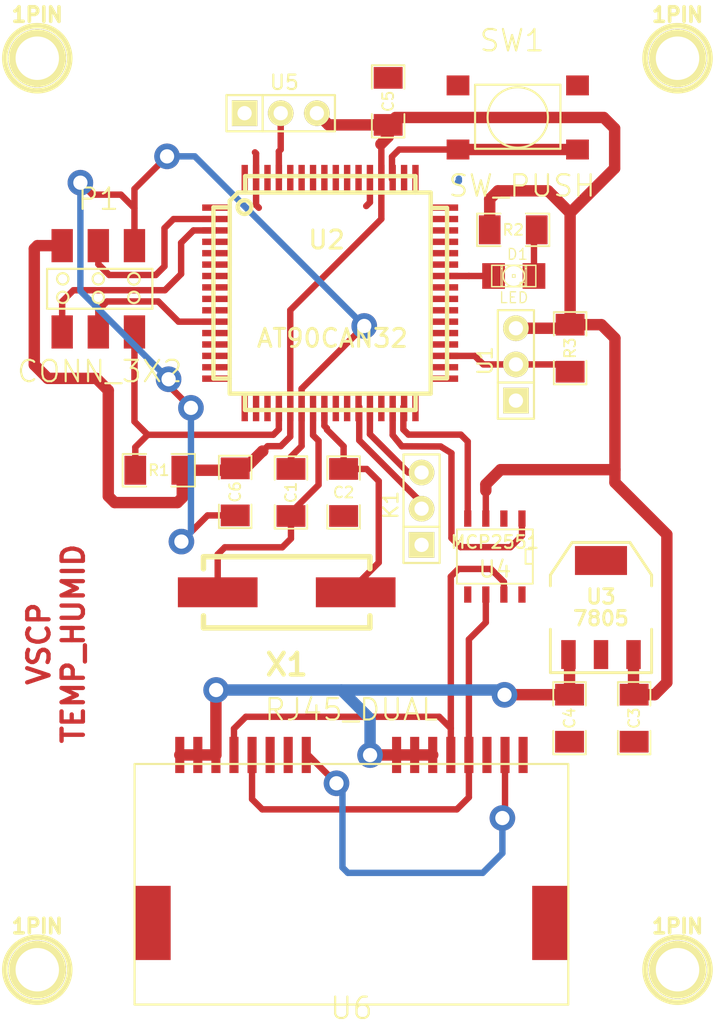
<source format=kicad_pcb>
(kicad_pcb (version 3) (host pcbnew "(2013-may-18)-stable")

  (general
    (links 67)
    (no_connects 20)
    (area 140.205714 76.017 193.780001 147.825)
    (thickness 1.6)
    (drawings 7)
    (tracks 228)
    (zones 0)
    (modules 24)
    (nets 21)
  )

  (page A4)
  (layers
    (15 F.Cu signal)
    (0 B.Cu signal)
    (16 B.Adhes user)
    (17 F.Adhes user)
    (18 B.Paste user)
    (19 F.Paste user)
    (20 B.SilkS user)
    (21 F.SilkS user)
    (22 B.Mask user)
    (23 F.Mask user)
    (24 Dwgs.User user)
    (25 Cmts.User user)
    (26 Eco1.User user)
    (27 Eco2.User user)
    (28 Edge.Cuts user)
  )

  (setup
    (last_trace_width 0.45)
    (user_trace_width 0.45)
    (user_trace_width 0.8)
    (trace_clearance 0.3)
    (zone_clearance 0.508)
    (zone_45_only yes)
    (trace_min 0.254)
    (segment_width 0.2)
    (edge_width 0.15)
    (via_size 1.8)
    (via_drill 1)
    (via_min_size 0.889)
    (via_min_drill 0.508)
    (user_via 1.8 1)
    (uvia_size 0.508)
    (uvia_drill 0.127)
    (uvias_allowed no)
    (uvia_min_size 0.508)
    (uvia_min_drill 0.127)
    (pcb_text_width 0.3)
    (pcb_text_size 1.5 1.5)
    (mod_edge_width 0.15)
    (mod_text_size 1.5 1.5)
    (mod_text_width 0.15)
    (pad_size 4.064 4.064)
    (pad_drill 3.048)
    (pad_to_mask_clearance 0.2)
    (aux_axis_origin 51.18 66.17)
    (visible_elements FFFFFFBF)
    (pcbplotparams
      (layerselection 32769)
      (usegerberextensions false)
      (excludeedgelayer true)
      (linewidth 0.150000)
      (plotframeref false)
      (viasonmask false)
      (mode 1)
      (useauxorigin false)
      (hpglpennumber 1)
      (hpglpenspeed 20)
      (hpglpendiameter 15)
      (hpglpenoverlay 2)
      (psnegative false)
      (psa4output false)
      (plotreference true)
      (plotvalue true)
      (plotothertext true)
      (plotinvisibletext false)
      (padsonsilk false)
      (subtractmaskfromsilk false)
      (outputformat 2)
      (mirror false)
      (drillshape 2)
      (scaleselection 1)
      (outputdirectory ""))
  )

  (net 0 "")
  (net 1 +12V)
  (net 2 +5V)
  (net 3 /PD1)
  (net 4 /PE1)
  (net 5 GND)
  (net 6 N-000001)
  (net 7 N-0000010)
  (net 8 N-0000011)
  (net 9 N-0000014)
  (net 10 N-0000015)
  (net 11 N-0000016)
  (net 12 N-0000017)
  (net 13 N-0000018)
  (net 14 N-000002)
  (net 15 N-0000020)
  (net 16 N-0000021)
  (net 17 N-0000023)
  (net 18 N-0000024)
  (net 19 N-000005)
  (net 20 N-000006)

  (net_class Default "This is the default net class."
    (clearance 0.3)
    (trace_width 0.45)
    (via_dia 1.8)
    (via_drill 1)
    (uvia_dia 0.508)
    (uvia_drill 0.127)
    (add_net "")
    (add_net +12V)
    (add_net +5V)
    (add_net /PD1)
    (add_net /PE1)
    (add_net GND)
    (add_net N-000001)
    (add_net N-0000010)
    (add_net N-0000011)
    (add_net N-0000014)
    (add_net N-0000015)
    (add_net N-0000016)
    (add_net N-0000017)
    (add_net N-0000018)
    (add_net N-000002)
    (add_net N-0000020)
    (add_net N-0000021)
    (add_net N-0000023)
    (add_net N-0000024)
    (add_net N-000005)
    (add_net N-000006)
  )

  (module TQFP64_08 (layer F.Cu) (tedit 423EA1D3) (tstamp 52BCB471)
    (at 166.58 96.49)
    (tags AVR)
    (path /52152F75)
    (fp_text reference U2 (at -0.24384 -3.73888) (layer F.SilkS)
      (effects (font (size 1.27 1.27) (thickness 0.2032)))
    )
    (fp_text value AT90CAN32 (at 0.16256 3.16992) (layer F.SilkS)
      (effects (font (size 1.27 1.27) (thickness 0.2032)))
    )
    (fp_line (start -7.05104 -6.477) (end -7.05612 7.0612) (layer F.SilkS) (width 0.3048))
    (fp_line (start 7.07136 -7.0612) (end -6.477 -7.0612) (layer F.SilkS) (width 0.3048))
    (fp_line (start -7.05104 -6.477) (end -6.46684 -7.0612) (layer F.SilkS) (width 0.3048))
    (fp_line (start -7.05104 5.99948) (end -8.19912 5.99948) (layer F.SilkS) (width 0.3048))
    (fp_line (start -8.19912 5.99948) (end -8.19912 -6.0198) (layer F.SilkS) (width 0.3048))
    (fp_line (start -8.19912 -6.0198) (end -7.05104 -6.0198) (layer F.SilkS) (width 0.3048))
    (fp_line (start 6.00964 7.0612) (end 6.00964 8.20928) (layer F.SilkS) (width 0.3048))
    (fp_line (start 6.00964 8.20928) (end -5.97916 8.20928) (layer F.SilkS) (width 0.3048))
    (fp_line (start -5.97916 8.20928) (end -5.97916 7.0612) (layer F.SilkS) (width 0.3048))
    (fp_line (start 7.07136 -5.97916) (end 8.21944 -5.97916) (layer F.SilkS) (width 0.3048))
    (fp_line (start 8.21944 -5.97916) (end 8.21944 5.97916) (layer F.SilkS) (width 0.3048))
    (fp_line (start 8.21944 5.97916) (end 7.07136 5.97916) (layer F.SilkS) (width 0.3048))
    (fp_line (start -5.969 -7.0612) (end -5.969 -8.20928) (layer F.SilkS) (width 0.3048))
    (fp_line (start -5.969 -8.20928) (end 5.99948 -8.20928) (layer F.SilkS) (width 0.3048))
    (fp_line (start 5.99948 -8.20928) (end 5.99948 -7.0612) (layer F.SilkS) (width 0.3048))
    (fp_circle (center -6.01472 -6.03504) (end -5.60832 -5.78104) (layer F.SilkS) (width 0.3048))
    (fp_line (start 7.07136 -7.0612) (end 7.07136 7.0612) (layer F.SilkS) (width 0.3048))
    (fp_line (start -7.05104 7.0612) (end 7.07136 7.0612) (layer F.SilkS) (width 0.3048))
    (pad 8 smd rect (at -7.99084 -0.39878) (size 1.99898 0.44958)
      (layers F.Cu F.Paste F.Mask)
    )
    (pad 7 smd rect (at -7.99084 -1.19888) (size 1.99898 0.44958)
      (layers F.Cu F.Paste F.Mask)
    )
    (pad 6 smd rect (at -7.99084 -1.99898) (size 1.99898 0.44958)
      (layers F.Cu F.Paste F.Mask)
    )
    (pad 5 smd rect (at -7.99084 -2.79908) (size 1.99898 0.44958)
      (layers F.Cu F.Paste F.Mask)
    )
    (pad 4 smd rect (at -7.99084 -3.59918) (size 1.99898 0.44958)
      (layers F.Cu F.Paste F.Mask)
    )
    (pad 3 smd rect (at -7.99084 -4.39928) (size 1.99898 0.44958)
      (layers F.Cu F.Paste F.Mask)
      (net 4 /PE1)
    )
    (pad 2 smd rect (at -7.99084 -5.19938) (size 1.99898 0.44958)
      (layers F.Cu F.Paste F.Mask)
      (net 3 /PD1)
    )
    (pad 1 smd rect (at -7.99084 -5.99948) (size 1.99898 0.44958)
      (layers F.Cu F.Paste F.Mask)
    )
    (pad 16 smd rect (at -7.99084 6.00964) (size 1.99898 0.44958)
      (layers F.Cu F.Paste F.Mask)
    )
    (pad 33 smd rect (at 8.001 6.00964) (size 1.99898 0.44958)
      (layers F.Cu F.Paste F.Mask)
    )
    (pad 48 smd rect (at 8.001 -5.99948) (size 1.99898 0.44958)
      (layers F.Cu F.Paste F.Mask)
    )
    (pad 9 smd rect (at -7.99084 0.40894) (size 1.99898 0.44958)
      (layers F.Cu F.Paste F.Mask)
    )
    (pad 10 smd rect (at -7.99084 1.20904) (size 1.99898 0.44958)
      (layers F.Cu F.Paste F.Mask)
    )
    (pad 11 smd rect (at -7.99084 2.00914) (size 1.99898 0.44958)
      (layers F.Cu F.Paste F.Mask)
      (net 19 N-000005)
    )
    (pad 12 smd rect (at -7.99084 2.80924) (size 1.99898 0.44958)
      (layers F.Cu F.Paste F.Mask)
    )
    (pad 13 smd rect (at -7.99084 3.60934) (size 1.99898 0.44958)
      (layers F.Cu F.Paste F.Mask)
    )
    (pad 14 smd rect (at -7.99084 4.40944) (size 1.99898 0.44958)
      (layers F.Cu F.Paste F.Mask)
    )
    (pad 15 smd rect (at -7.99084 5.20954) (size 1.99898 0.44958)
      (layers F.Cu F.Paste F.Mask)
    )
    (pad 34 smd rect (at 8.001 5.20954) (size 1.99898 0.44958)
      (layers F.Cu F.Paste F.Mask)
    )
    (pad 35 smd rect (at 8.001 4.40944) (size 1.99898 0.44958)
      (layers F.Cu F.Paste F.Mask)
      (net 16 N-0000021)
    )
    (pad 36 smd rect (at 8.001 3.60934) (size 1.99898 0.44958)
      (layers F.Cu F.Paste F.Mask)
    )
    (pad 37 smd rect (at 8.001 2.80924) (size 1.99898 0.44958)
      (layers F.Cu F.Paste F.Mask)
    )
    (pad 38 smd rect (at 8.001 2.00914) (size 1.99898 0.44958)
      (layers F.Cu F.Paste F.Mask)
    )
    (pad 39 smd rect (at 8.001 1.20904) (size 1.99898 0.44958)
      (layers F.Cu F.Paste F.Mask)
    )
    (pad 40 smd rect (at 8.001 0.40894) (size 1.99898 0.44958)
      (layers F.Cu F.Paste F.Mask)
    )
    (pad 41 smd rect (at 8.001 -0.39878) (size 1.99898 0.44958)
      (layers F.Cu F.Paste F.Mask)
    )
    (pad 42 smd rect (at 8.001 -1.19888) (size 1.99898 0.44958)
      (layers F.Cu F.Paste F.Mask)
      (net 13 N-0000018)
    )
    (pad 43 smd rect (at 8.001 -1.99898) (size 1.99898 0.44958)
      (layers F.Cu F.Paste F.Mask)
    )
    (pad 44 smd rect (at 8.001 -2.79908) (size 1.99898 0.44958)
      (layers F.Cu F.Paste F.Mask)
    )
    (pad 45 smd rect (at 8.001 -3.59918) (size 1.99898 0.44958)
      (layers F.Cu F.Paste F.Mask)
    )
    (pad 46 smd rect (at 8.001 -4.39928) (size 1.99898 0.44958)
      (layers F.Cu F.Paste F.Mask)
    )
    (pad 47 smd rect (at 8.001 -5.19938) (size 1.99898 0.44958)
      (layers F.Cu F.Paste F.Mask)
    )
    (pad 64 smd rect (at -5.99948 -8.001) (size 0.44958 1.99898)
      (layers F.Cu F.Paste F.Mask)
    )
    (pad 63 smd rect (at -5.20192 -8.001) (size 0.44958 1.99898)
      (layers F.Cu F.Paste F.Mask)
      (net 5 GND)
    )
    (pad 62 smd rect (at -4.39928 -8.001) (size 0.44958 1.99898)
      (layers F.Cu F.Paste F.Mask)
    )
    (pad 61 smd rect (at -3.60172 -8.001) (size 0.44958 1.99898)
      (layers F.Cu F.Paste F.Mask)
      (net 15 N-0000020)
    )
    (pad 60 smd rect (at -2.79908 -8.001) (size 0.44958 1.99898)
      (layers F.Cu F.Paste F.Mask)
    )
    (pad 59 smd rect (at -2.00152 -8.001) (size 0.44958 1.99898)
      (layers F.Cu F.Paste F.Mask)
    )
    (pad 56 smd rect (at 0.40132 -8.001) (size 0.44958 1.99898)
      (layers F.Cu F.Paste F.Mask)
    )
    (pad 54 smd rect (at 2.00152 -8.001) (size 0.44958 1.99898)
      (layers F.Cu F.Paste F.Mask)
    )
    (pad 53 smd rect (at 2.79908 -8.001) (size 0.44958 1.99898)
      (layers F.Cu F.Paste F.Mask)
      (net 5 GND)
    )
    (pad 58 smd rect (at -1.19888 -8.001) (size 0.44958 1.99898)
      (layers F.Cu F.Paste F.Mask)
    )
    (pad 57 smd rect (at -0.40132 -8.001) (size 0.44958 1.99898)
      (layers F.Cu F.Paste F.Mask)
    )
    (pad 55 smd rect (at 1.19888 -8.001) (size 0.44958 1.99898)
      (layers F.Cu F.Paste F.Mask)
    )
    (pad 52 smd rect (at 3.60172 -8.001) (size 0.44958 1.99898)
      (layers F.Cu F.Paste F.Mask)
      (net 2 +5V)
    )
    (pad 51 smd rect (at 4.39928 -8.001) (size 0.44958 1.99898)
      (layers F.Cu F.Paste F.Mask)
      (net 10 N-0000015)
    )
    (pad 50 smd rect (at 5.20192 -8.001) (size 0.44958 1.99898)
      (layers F.Cu F.Paste F.Mask)
    )
    (pad 49 smd rect (at 5.99948 -8.001) (size 0.44958 1.99898)
      (layers F.Cu F.Paste F.Mask)
    )
    (pad 17 smd rect (at -5.99948 8.001) (size 0.44958 1.99898)
      (layers F.Cu F.Paste F.Mask)
    )
    (pad 18 smd rect (at -5.20192 8.001) (size 0.44958 1.99898)
      (layers F.Cu F.Paste F.Mask)
    )
    (pad 19 smd rect (at -4.39928 8.001) (size 0.44958 1.99898)
      (layers F.Cu F.Paste F.Mask)
    )
    (pad 20 smd rect (at -3.60172 8.001) (size 0.44958 1.99898)
      (layers F.Cu F.Paste F.Mask)
      (net 7 N-0000010)
    )
    (pad 21 smd rect (at -2.79908 8.001) (size 0.44958 1.99898)
      (layers F.Cu F.Paste F.Mask)
      (net 2 +5V)
    )
    (pad 22 smd rect (at -2.00152 8.001) (size 0.44958 1.99898)
      (layers F.Cu F.Paste F.Mask)
      (net 5 GND)
    )
    (pad 23 smd rect (at -1.19888 8.001) (size 0.44958 1.99898)
      (layers F.Cu F.Paste F.Mask)
      (net 17 N-0000023)
    )
    (pad 24 smd rect (at -0.40132 8.001) (size 0.44958 1.99898)
      (layers F.Cu F.Paste F.Mask)
      (net 18 N-0000024)
    )
    (pad 25 smd rect (at 0.40132 8.001) (size 0.44958 1.99898)
      (layers F.Cu F.Paste F.Mask)
    )
    (pad 26 smd rect (at 1.19888 8.001) (size 0.44958 1.99898)
      (layers F.Cu F.Paste F.Mask)
    )
    (pad 27 smd rect (at 2.00152 8.001) (size 0.44958 1.99898)
      (layers F.Cu F.Paste F.Mask)
      (net 11 N-0000016)
    )
    (pad 28 smd rect (at 2.79908 8.001) (size 0.44958 1.99898)
      (layers F.Cu F.Paste F.Mask)
      (net 12 N-0000017)
    )
    (pad 29 smd rect (at 3.60172 8.001) (size 0.44958 1.99898)
      (layers F.Cu F.Paste F.Mask)
    )
    (pad 30 smd rect (at 4.39928 8.001) (size 0.44958 1.99898)
      (layers F.Cu F.Paste F.Mask)
      (net 6 N-000001)
    )
    (pad 31 smd rect (at 5.20192 8.001) (size 0.44958 1.99898)
      (layers F.Cu F.Paste F.Mask)
      (net 14 N-000002)
    )
    (pad 32 smd rect (at 5.99948 8.001) (size 0.44958 1.99898)
      (layers F.Cu F.Paste F.Mask)
    )
    (model smd/vqfp64.wrl
      (at (xyz 0 0 0))
      (scale (xyz 0.615 0.615 0.35))
      (rotate (xyz 0 0 90))
    )
  )

  (module SO8E (layer F.Cu) (tedit 42806F54) (tstamp 52BCB485)
    (at 178.16 114.99 180)
    (descr "module CMS SOJ 8 pins etroit")
    (tags "CMS SOJ")
    (path /52152F80)
    (attr smd)
    (fp_text reference U4 (at 0 -0.889 180) (layer F.SilkS)
      (effects (font (size 1.143 1.143) (thickness 0.1524)))
    )
    (fp_text value MCP2551 (at 0 1.016 180) (layer F.SilkS)
      (effects (font (size 0.889 0.889) (thickness 0.1524)))
    )
    (fp_line (start -2.667 1.778) (end -2.667 1.905) (layer F.SilkS) (width 0.127))
    (fp_line (start -2.667 1.905) (end 2.667 1.905) (layer F.SilkS) (width 0.127))
    (fp_line (start 2.667 -1.905) (end -2.667 -1.905) (layer F.SilkS) (width 0.127))
    (fp_line (start -2.667 -1.905) (end -2.667 1.778) (layer F.SilkS) (width 0.127))
    (fp_line (start -2.667 -0.508) (end -2.159 -0.508) (layer F.SilkS) (width 0.127))
    (fp_line (start -2.159 -0.508) (end -2.159 0.508) (layer F.SilkS) (width 0.127))
    (fp_line (start -2.159 0.508) (end -2.667 0.508) (layer F.SilkS) (width 0.127))
    (fp_line (start 2.667 -1.905) (end 2.667 1.905) (layer F.SilkS) (width 0.127))
    (pad 8 smd rect (at -1.905 -2.667 180) (size 0.508 1.143)
      (layers F.Cu F.Paste F.Mask)
      (net 5 GND)
    )
    (pad 1 smd rect (at -1.905 2.667 180) (size 0.508 1.143)
      (layers F.Cu F.Paste F.Mask)
      (net 6 N-000001)
    )
    (pad 7 smd rect (at -0.635 -2.667 180) (size 0.508 1.143)
      (layers F.Cu F.Paste F.Mask)
      (net 9 N-0000014)
    )
    (pad 6 smd rect (at 0.635 -2.667 180) (size 0.508 1.143)
      (layers F.Cu F.Paste F.Mask)
      (net 20 N-000006)
    )
    (pad 5 smd rect (at 1.905 -2.667 180) (size 0.508 1.143)
      (layers F.Cu F.Paste F.Mask)
    )
    (pad 2 smd rect (at -0.635 2.667 180) (size 0.508 1.143)
      (layers F.Cu F.Paste F.Mask)
      (net 5 GND)
    )
    (pad 3 smd rect (at 0.635 2.667 180) (size 0.508 1.143)
      (layers F.Cu F.Paste F.Mask)
      (net 2 +5V)
    )
    (pad 4 smd rect (at 1.905 2.667 180) (size 0.508 1.143)
      (layers F.Cu F.Paste F.Mask)
      (net 14 N-000002)
    )
    (model smd/cms_so8.wrl
      (at (xyz 0 0 0))
      (scale (xyz 0.5 0.32 0.5))
      (rotate (xyz 0 0 0))
    )
  )

  (module SM1206 (layer F.Cu) (tedit 42806E24) (tstamp 52BCB491)
    (at 183.45 100.36 270)
    (path /52152F84)
    (attr smd)
    (fp_text reference R3 (at 0 0 270) (layer F.SilkS)
      (effects (font (size 0.762 0.762) (thickness 0.127)))
    )
    (fp_text value 470k (at 0 0 270) (layer F.SilkS) hide
      (effects (font (size 0.762 0.762) (thickness 0.127)))
    )
    (fp_line (start -2.54 -1.143) (end -2.54 1.143) (layer F.SilkS) (width 0.127))
    (fp_line (start -2.54 1.143) (end -0.889 1.143) (layer F.SilkS) (width 0.127))
    (fp_line (start 0.889 -1.143) (end 2.54 -1.143) (layer F.SilkS) (width 0.127))
    (fp_line (start 2.54 -1.143) (end 2.54 1.143) (layer F.SilkS) (width 0.127))
    (fp_line (start 2.54 1.143) (end 0.889 1.143) (layer F.SilkS) (width 0.127))
    (fp_line (start -0.889 -1.143) (end -2.54 -1.143) (layer F.SilkS) (width 0.127))
    (pad 1 smd rect (at -1.651 0 270) (size 1.524 2.032)
      (layers F.Cu F.Paste F.Mask)
      (net 2 +5V)
    )
    (pad 2 smd rect (at 1.651 0 270) (size 1.524 2.032)
      (layers F.Cu F.Paste F.Mask)
      (net 16 N-0000021)
    )
    (model smd/chip_cms.wrl
      (at (xyz 0 0 0))
      (scale (xyz 0.17 0.16 0.16))
      (rotate (xyz 0 0 0))
    )
  )

  (module SM1206 (layer F.Cu) (tedit 42806E24) (tstamp 52BCB49D)
    (at 179.45 92.05)
    (path /52152F90)
    (attr smd)
    (fp_text reference R2 (at 0 0) (layer F.SilkS)
      (effects (font (size 0.762 0.762) (thickness 0.127)))
    )
    (fp_text value 300 (at 0 0) (layer F.SilkS) hide
      (effects (font (size 0.762 0.762) (thickness 0.127)))
    )
    (fp_line (start -2.54 -1.143) (end -2.54 1.143) (layer F.SilkS) (width 0.127))
    (fp_line (start -2.54 1.143) (end -0.889 1.143) (layer F.SilkS) (width 0.127))
    (fp_line (start 0.889 -1.143) (end 2.54 -1.143) (layer F.SilkS) (width 0.127))
    (fp_line (start 2.54 -1.143) (end 2.54 1.143) (layer F.SilkS) (width 0.127))
    (fp_line (start 2.54 1.143) (end 0.889 1.143) (layer F.SilkS) (width 0.127))
    (fp_line (start -0.889 -1.143) (end -2.54 -1.143) (layer F.SilkS) (width 0.127))
    (pad 1 smd rect (at -1.651 0) (size 1.524 2.032)
      (layers F.Cu F.Paste F.Mask)
      (net 2 +5V)
    )
    (pad 2 smd rect (at 1.651 0) (size 1.524 2.032)
      (layers F.Cu F.Paste F.Mask)
      (net 8 N-0000011)
    )
    (model smd/chip_cms.wrl
      (at (xyz 0 0 0))
      (scale (xyz 0.17 0.16 0.16))
      (rotate (xyz 0 0 0))
    )
  )

  (module SM1206 (layer F.Cu) (tedit 52BCC14E) (tstamp 52BCB4A9)
    (at 154.54 108.93 180)
    (path /52152F8C)
    (attr smd)
    (fp_text reference R1 (at 0 0 180) (layer F.SilkS)
      (effects (font (size 0.762 0.762) (thickness 0.127)))
    )
    (fp_text value 10k (at 0 0 180) (layer F.SilkS) hide
      (effects (font (size 0.762 0.762) (thickness 0.127)))
    )
    (fp_line (start -2.54 -1.143) (end -2.54 1.143) (layer F.SilkS) (width 0.127))
    (fp_line (start -2.54 1.143) (end -0.889 1.143) (layer F.SilkS) (width 0.127))
    (fp_line (start 0.889 -1.143) (end 2.54 -1.143) (layer F.SilkS) (width 0.127))
    (fp_line (start 2.54 -1.143) (end 2.54 1.143) (layer F.SilkS) (width 0.127))
    (fp_line (start 2.54 1.143) (end 0.889 1.143) (layer F.SilkS) (width 0.127))
    (fp_line (start -0.889 -1.143) (end -2.54 -1.143) (layer F.SilkS) (width 0.127))
    (pad 1 smd rect (at -1.651 0 180) (size 1.524 2.032)
      (layers F.Cu F.Paste F.Mask)
      (net 2 +5V)
    )
    (pad 2 smd rect (at 1.651 0 180) (size 1.524 2.032)
      (layers F.Cu F.Paste F.Mask)
      (net 7 N-0000010)
    )
    (model smd/chip_cms.wrl
      (at (xyz 0 0 0))
      (scale (xyz 0.17 0.16 0.16))
      (rotate (xyz 0 0 0))
    )
  )

  (module SM1206 (layer F.Cu) (tedit 42806E24) (tstamp 5445749E)
    (at 163.83 110.49 270)
    (path /52152F87)
    (attr smd)
    (fp_text reference C1 (at 0 0 270) (layer F.SilkS)
      (effects (font (size 0.762 0.762) (thickness 0.127)))
    )
    (fp_text value 22pf (at 0 0 270) (layer F.SilkS) hide
      (effects (font (size 0.762 0.762) (thickness 0.127)))
    )
    (fp_line (start -2.54 -1.143) (end -2.54 1.143) (layer F.SilkS) (width 0.127))
    (fp_line (start -2.54 1.143) (end -0.889 1.143) (layer F.SilkS) (width 0.127))
    (fp_line (start 0.889 -1.143) (end 2.54 -1.143) (layer F.SilkS) (width 0.127))
    (fp_line (start 2.54 -1.143) (end 2.54 1.143) (layer F.SilkS) (width 0.127))
    (fp_line (start 2.54 1.143) (end 0.889 1.143) (layer F.SilkS) (width 0.127))
    (fp_line (start -0.889 -1.143) (end -2.54 -1.143) (layer F.SilkS) (width 0.127))
    (pad 1 smd rect (at -1.651 0 270) (size 1.524 2.032)
      (layers F.Cu F.Paste F.Mask)
      (net 5 GND)
    )
    (pad 2 smd rect (at 1.651 0 270) (size 1.524 2.032)
      (layers F.Cu F.Paste F.Mask)
      (net 17 N-0000023)
    )
    (model smd/chip_cms.wrl
      (at (xyz 0 0 0))
      (scale (xyz 0.17 0.16 0.16))
      (rotate (xyz 0 0 0))
    )
  )

  (module SM1206 (layer F.Cu) (tedit 54469716) (tstamp 54457484)
    (at 167.53 110.49 90)
    (path /52152F86)
    (attr smd)
    (fp_text reference C2 (at 0 0 180) (layer F.SilkS)
      (effects (font (size 0.762 0.762) (thickness 0.127)))
    )
    (fp_text value 22pf (at 0 0 90) (layer F.SilkS) hide
      (effects (font (size 0.762 0.762) (thickness 0.127)))
    )
    (fp_line (start -2.54 -1.143) (end -2.54 1.143) (layer F.SilkS) (width 0.127))
    (fp_line (start -2.54 1.143) (end -0.889 1.143) (layer F.SilkS) (width 0.127))
    (fp_line (start 0.889 -1.143) (end 2.54 -1.143) (layer F.SilkS) (width 0.127))
    (fp_line (start 2.54 -1.143) (end 2.54 1.143) (layer F.SilkS) (width 0.127))
    (fp_line (start 2.54 1.143) (end 0.889 1.143) (layer F.SilkS) (width 0.127))
    (fp_line (start -0.889 -1.143) (end -2.54 -1.143) (layer F.SilkS) (width 0.127))
    (pad 1 smd rect (at -1.651 0 90) (size 1.524 2.032)
      (layers F.Cu F.Paste F.Mask)
      (net 5 GND)
    )
    (pad 2 smd rect (at 1.651 0 90) (size 1.524 2.032)
      (layers F.Cu F.Paste F.Mask)
      (net 18 N-0000024)
    )
    (model smd/chip_cms.wrl
      (at (xyz 0 0 0))
      (scale (xyz 0.17 0.16 0.16))
      (rotate (xyz 0 0 0))
    )
  )

  (module SM1206 (layer F.Cu) (tedit 52BCBCBD) (tstamp 52BCB4D9)
    (at 187.95 126.34 270)
    (path /52BC77C3)
    (attr smd)
    (fp_text reference C3 (at 0 0 270) (layer F.SilkS)
      (effects (font (size 0.762 0.762) (thickness 0.127)))
    )
    (fp_text value 100nF (at 0 0 270) (layer F.SilkS) hide
      (effects (font (size 0.762 0.762) (thickness 0.127)))
    )
    (fp_line (start -2.54 -1.143) (end -2.54 1.143) (layer F.SilkS) (width 0.127))
    (fp_line (start -2.54 1.143) (end -0.889 1.143) (layer F.SilkS) (width 0.127))
    (fp_line (start 0.889 -1.143) (end 2.54 -1.143) (layer F.SilkS) (width 0.127))
    (fp_line (start 2.54 -1.143) (end 2.54 1.143) (layer F.SilkS) (width 0.127))
    (fp_line (start 2.54 1.143) (end 0.889 1.143) (layer F.SilkS) (width 0.127))
    (fp_line (start -0.889 -1.143) (end -2.54 -1.143) (layer F.SilkS) (width 0.127))
    (pad 1 smd rect (at -1.651 0 270) (size 1.524 2.032)
      (layers F.Cu F.Paste F.Mask)
      (net 2 +5V)
    )
    (pad 2 smd rect (at 1.651 0 270) (size 1.524 2.032)
      (layers F.Cu F.Paste F.Mask)
      (net 5 GND)
    )
    (model smd/chip_cms.wrl
      (at (xyz 0 0 0))
      (scale (xyz 0.17 0.16 0.16))
      (rotate (xyz 0 0 0))
    )
  )

  (module SM1206 (layer F.Cu) (tedit 42806E24) (tstamp 52BCB4E5)
    (at 183.41 126.34 270)
    (path /52BC77D5)
    (attr smd)
    (fp_text reference C4 (at 0 0 270) (layer F.SilkS)
      (effects (font (size 0.762 0.762) (thickness 0.127)))
    )
    (fp_text value 0.33uF (at 0 0 270) (layer F.SilkS) hide
      (effects (font (size 0.762 0.762) (thickness 0.127)))
    )
    (fp_line (start -2.54 -1.143) (end -2.54 1.143) (layer F.SilkS) (width 0.127))
    (fp_line (start -2.54 1.143) (end -0.889 1.143) (layer F.SilkS) (width 0.127))
    (fp_line (start 0.889 -1.143) (end 2.54 -1.143) (layer F.SilkS) (width 0.127))
    (fp_line (start 2.54 -1.143) (end 2.54 1.143) (layer F.SilkS) (width 0.127))
    (fp_line (start 2.54 1.143) (end 0.889 1.143) (layer F.SilkS) (width 0.127))
    (fp_line (start -0.889 -1.143) (end -2.54 -1.143) (layer F.SilkS) (width 0.127))
    (pad 1 smd rect (at -1.651 0 270) (size 1.524 2.032)
      (layers F.Cu F.Paste F.Mask)
      (net 1 +12V)
    )
    (pad 2 smd rect (at 1.651 0 270) (size 1.524 2.032)
      (layers F.Cu F.Paste F.Mask)
      (net 5 GND)
    )
    (model smd/chip_cms.wrl
      (at (xyz 0 0 0))
      (scale (xyz 0.17 0.16 0.16))
      (rotate (xyz 0 0 0))
    )
  )

  (module PIN_ARRAY_3X1 (layer F.Cu) (tedit 5446E120) (tstamp 52BCB4FF)
    (at 179.64 101.5 90)
    (descr "Connecteur 3 pins")
    (tags "CONN DEV")
    (path /52152F8F)
    (fp_text reference U1 (at 0.254 -2.159 90) (layer F.SilkS)
      (effects (font (size 1.016 1.016) (thickness 0.1524)))
    )
    (fp_text value DS1820 (at 0 -2.159 90) (layer F.SilkS) hide
      (effects (font (size 1.016 1.016) (thickness 0.1524)))
    )
    (fp_line (start -3.81 1.27) (end -3.81 -1.27) (layer F.SilkS) (width 0.1524))
    (fp_line (start -3.81 -1.27) (end 3.81 -1.27) (layer F.SilkS) (width 0.1524))
    (fp_line (start 3.81 -1.27) (end 3.81 1.27) (layer F.SilkS) (width 0.1524))
    (fp_line (start 3.81 1.27) (end -3.81 1.27) (layer F.SilkS) (width 0.1524))
    (fp_line (start -1.27 -1.27) (end -1.27 1.27) (layer F.SilkS) (width 0.1524))
    (pad 1 thru_hole rect (at -2.54 0 90) (size 1.8 1.8) (drill 1)
      (layers *.Cu *.Mask F.SilkS)
      (net 5 GND)
    )
    (pad 2 thru_hole circle (at 0 0 90) (size 1.8 1.8) (drill 1)
      (layers *.Cu *.Mask F.SilkS)
      (net 16 N-0000021)
    )
    (pad 3 thru_hole circle (at 2.54 0 90) (size 1.8 1.8) (drill 1)
      (layers *.Cu *.Mask F.SilkS)
      (net 2 +5V)
    )
    (model pin_array/pins_array_3x1.wrl
      (at (xyz 0 0 0))
      (scale (xyz 1 1 1))
      (rotate (xyz 0 0 0))
    )
  )

  (module LED-1206 (layer F.Cu) (tedit 49BFA1FF) (tstamp 52BCB529)
    (at 179.49 95.29)
    (descr "LED 1206 smd package")
    (tags "LED led 1206 SMD smd SMT smt smdled SMDLED smtled SMTLED")
    (path /52152F8E)
    (attr smd)
    (fp_text reference D1 (at 0.254 -1.524) (layer F.SilkS)
      (effects (font (size 0.762 0.762) (thickness 0.0889)))
    )
    (fp_text value LED (at 0 1.524) (layer F.SilkS)
      (effects (font (size 0.762 0.762) (thickness 0.0889)))
    )
    (fp_line (start -0.09906 0.09906) (end 0.09906 0.09906) (layer F.SilkS) (width 0.06604))
    (fp_line (start 0.09906 0.09906) (end 0.09906 -0.09906) (layer F.SilkS) (width 0.06604))
    (fp_line (start -0.09906 -0.09906) (end 0.09906 -0.09906) (layer F.SilkS) (width 0.06604))
    (fp_line (start -0.09906 0.09906) (end -0.09906 -0.09906) (layer F.SilkS) (width 0.06604))
    (fp_line (start 0.44958 0.6985) (end 0.79756 0.6985) (layer F.SilkS) (width 0.06604))
    (fp_line (start 0.79756 0.6985) (end 0.79756 0.44958) (layer F.SilkS) (width 0.06604))
    (fp_line (start 0.44958 0.44958) (end 0.79756 0.44958) (layer F.SilkS) (width 0.06604))
    (fp_line (start 0.44958 0.6985) (end 0.44958 0.44958) (layer F.SilkS) (width 0.06604))
    (fp_line (start 0.79756 0.6985) (end 0.89916 0.6985) (layer F.SilkS) (width 0.06604))
    (fp_line (start 0.89916 0.6985) (end 0.89916 -0.49784) (layer F.SilkS) (width 0.06604))
    (fp_line (start 0.79756 -0.49784) (end 0.89916 -0.49784) (layer F.SilkS) (width 0.06604))
    (fp_line (start 0.79756 0.6985) (end 0.79756 -0.49784) (layer F.SilkS) (width 0.06604))
    (fp_line (start 0.79756 -0.54864) (end 0.89916 -0.54864) (layer F.SilkS) (width 0.06604))
    (fp_line (start 0.89916 -0.54864) (end 0.89916 -0.6985) (layer F.SilkS) (width 0.06604))
    (fp_line (start 0.79756 -0.6985) (end 0.89916 -0.6985) (layer F.SilkS) (width 0.06604))
    (fp_line (start 0.79756 -0.54864) (end 0.79756 -0.6985) (layer F.SilkS) (width 0.06604))
    (fp_line (start -0.89916 0.6985) (end -0.79756 0.6985) (layer F.SilkS) (width 0.06604))
    (fp_line (start -0.79756 0.6985) (end -0.79756 -0.49784) (layer F.SilkS) (width 0.06604))
    (fp_line (start -0.89916 -0.49784) (end -0.79756 -0.49784) (layer F.SilkS) (width 0.06604))
    (fp_line (start -0.89916 0.6985) (end -0.89916 -0.49784) (layer F.SilkS) (width 0.06604))
    (fp_line (start -0.89916 -0.54864) (end -0.79756 -0.54864) (layer F.SilkS) (width 0.06604))
    (fp_line (start -0.79756 -0.54864) (end -0.79756 -0.6985) (layer F.SilkS) (width 0.06604))
    (fp_line (start -0.89916 -0.6985) (end -0.79756 -0.6985) (layer F.SilkS) (width 0.06604))
    (fp_line (start -0.89916 -0.54864) (end -0.89916 -0.6985) (layer F.SilkS) (width 0.06604))
    (fp_line (start 0.44958 0.6985) (end 0.59944 0.6985) (layer F.SilkS) (width 0.06604))
    (fp_line (start 0.59944 0.6985) (end 0.59944 0.44958) (layer F.SilkS) (width 0.06604))
    (fp_line (start 0.44958 0.44958) (end 0.59944 0.44958) (layer F.SilkS) (width 0.06604))
    (fp_line (start 0.44958 0.6985) (end 0.44958 0.44958) (layer F.SilkS) (width 0.06604))
    (fp_line (start 1.5494 0.7493) (end -1.5494 0.7493) (layer F.SilkS) (width 0.1016))
    (fp_line (start -1.5494 0.7493) (end -1.5494 -0.7493) (layer F.SilkS) (width 0.1016))
    (fp_line (start -1.5494 -0.7493) (end 1.5494 -0.7493) (layer F.SilkS) (width 0.1016))
    (fp_line (start 1.5494 -0.7493) (end 1.5494 0.7493) (layer F.SilkS) (width 0.1016))
    (fp_arc (start 0 0) (end 0.54864 0.49784) (angle 95.4) (layer F.SilkS) (width 0.1016))
    (fp_arc (start 0 0) (end -0.54864 0.49784) (angle 84.5) (layer F.SilkS) (width 0.1016))
    (fp_arc (start 0 0) (end -0.54864 -0.49784) (angle 95.4) (layer F.SilkS) (width 0.1016))
    (fp_arc (start 0 0) (end 0.54864 -0.49784) (angle 84.5) (layer F.SilkS) (width 0.1016))
    (pad 1 smd rect (at -1.41986 0) (size 1.59766 1.80086)
      (layers F.Cu F.Paste F.Mask)
      (net 13 N-0000018)
    )
    (pad 2 smd rect (at 1.41986 0) (size 1.59766 1.80086)
      (layers F.Cu F.Paste F.Mask)
      (net 8 N-0000011)
    )
  )

  (module 1pin (layer F.Cu) (tedit 544D4E0C) (tstamp 52BE52D6)
    (at 191 80)
    (descr "module 1 pin (ou trou mecanique de percage)")
    (tags DEV)
    (path 1pin)
    (fp_text reference 1PIN (at 0 -3.048) (layer F.SilkS)
      (effects (font (size 1.016 1.016) (thickness 0.254)))
    )
    (fp_text value P*** (at 0 2.794) (layer F.SilkS) hide
      (effects (font (size 1.016 1.016) (thickness 0.254)))
    )
    (fp_circle (center 0 0) (end 0 -2.286) (layer F.SilkS) (width 0.381))
    (pad 1 thru_hole circle (at 0 0) (size 4.064 4.064) (drill 3.048)
      (layers *.Cu *.Mask F.SilkS)
      (clearance 1)
    )
  )

  (module 1pin (layer F.Cu) (tedit 544D4E13) (tstamp 52BE52DD)
    (at 146 80)
    (descr "module 1 pin (ou trou mecanique de percage)")
    (tags DEV)
    (path 1pin)
    (fp_text reference 1PIN (at 0 -3.048) (layer F.SilkS)
      (effects (font (size 1.016 1.016) (thickness 0.254)))
    )
    (fp_text value P*** (at 0 2.794) (layer F.SilkS) hide
      (effects (font (size 1.016 1.016) (thickness 0.254)))
    )
    (fp_circle (center 0 0) (end 0 -2.286) (layer F.SilkS) (width 0.381))
    (pad 1 thru_hole circle (at 0 0) (size 4.064 4.064) (drill 3.048)
      (layers *.Cu *.Mask F.SilkS)
      (clearance 1)
    )
  )

  (module 1pin (layer F.Cu) (tedit 544D4E18) (tstamp 52BE52F4)
    (at 146 144)
    (descr "module 1 pin (ou trou mecanique de percage)")
    (tags DEV)
    (path 1pin)
    (fp_text reference 1PIN (at 0 -3.048) (layer F.SilkS)
      (effects (font (size 1.016 1.016) (thickness 0.254)))
    )
    (fp_text value P*** (at 0 2.794) (layer F.SilkS) hide
      (effects (font (size 1.016 1.016) (thickness 0.254)))
    )
    (fp_circle (center 0 0) (end 0 -2.286) (layer F.SilkS) (width 0.381))
    (pad 1 thru_hole circle (at 0 0) (size 4.064 4.064) (drill 3.048)
      (layers *.Cu *.Mask F.SilkS)
      (clearance 1)
    )
  )

  (module 1pin (layer F.Cu) (tedit 544975DE) (tstamp 52BE52FF)
    (at 191 144)
    (descr "module 1 pin (ou trou mecanique de percage)")
    (tags DEV)
    (path 1pin)
    (fp_text reference 1PIN (at 0 -3.048) (layer F.SilkS)
      (effects (font (size 1.016 1.016) (thickness 0.254)))
    )
    (fp_text value P*** (at 0 2.794) (layer F.SilkS) hide
      (effects (font (size 1.016 1.016) (thickness 0.254)))
    )
    (fp_circle (center 0 0) (end 0 -2.286) (layer F.SilkS) (width 0.381))
    (pad 1 thru_hole circle (at 0 0) (size 4.064 4.064) (drill 3.048)
      (layers *.Cu *.Mask F.SilkS)
      (clearance 1)
    )
  )

  (module PIN_ARRAY_3X1 (layer F.Cu) (tedit 5446E0EF) (tstamp 54456B7F)
    (at 163.11 83.86)
    (descr "Connecteur 3 pins")
    (tags "CONN DEV")
    (path /54456AA5)
    (fp_text reference U5 (at 0.254 -2.159) (layer F.SilkS)
      (effects (font (size 1.016 1.016) (thickness 0.1524)))
    )
    (fp_text value HIH4000 (at 0 -2.159) (layer F.SilkS) hide
      (effects (font (size 1.016 1.016) (thickness 0.1524)))
    )
    (fp_line (start -3.81 1.27) (end -3.81 -1.27) (layer F.SilkS) (width 0.1524))
    (fp_line (start -3.81 -1.27) (end 3.81 -1.27) (layer F.SilkS) (width 0.1524))
    (fp_line (start 3.81 -1.27) (end 3.81 1.27) (layer F.SilkS) (width 0.1524))
    (fp_line (start 3.81 1.27) (end -3.81 1.27) (layer F.SilkS) (width 0.1524))
    (fp_line (start -1.27 -1.27) (end -1.27 1.27) (layer F.SilkS) (width 0.1524))
    (pad 1 thru_hole rect (at -2.54 0) (size 1.8 1.8) (drill 1)
      (layers *.Cu *.Mask F.SilkS)
      (net 5 GND)
    )
    (pad 2 thru_hole circle (at 0 0) (size 1.8 1.8) (drill 1)
      (layers *.Cu *.Mask F.SilkS)
      (net 15 N-0000020)
    )
    (pad 3 thru_hole circle (at 2.54 0) (size 1.8 1.8) (drill 1)
      (layers *.Cu *.Mask F.SilkS)
      (net 2 +5V)
    )
    (model pin_array/pins_array_3x1.wrl
      (at (xyz 0 0 0))
      (scale (xyz 1 1 1))
      (rotate (xyz 0 0 0))
    )
  )

  (module PIN_ARRAY_3X1 (layer F.Cu) (tedit 5446E113) (tstamp 54456DC7)
    (at 173.01 111.63 90)
    (descr "Connecteur 3 pins")
    (tags "CONN DEV")
    (path /544570D5)
    (fp_text reference K1 (at 0.254 -2.159 90) (layer F.SilkS)
      (effects (font (size 1.016 1.016) (thickness 0.1524)))
    )
    (fp_text value CONN_3 (at 0 -2.159 90) (layer F.SilkS) hide
      (effects (font (size 1.016 1.016) (thickness 0.1524)))
    )
    (fp_line (start -3.81 1.27) (end -3.81 -1.27) (layer F.SilkS) (width 0.1524))
    (fp_line (start -3.81 -1.27) (end 3.81 -1.27) (layer F.SilkS) (width 0.1524))
    (fp_line (start 3.81 -1.27) (end 3.81 1.27) (layer F.SilkS) (width 0.1524))
    (fp_line (start 3.81 1.27) (end -3.81 1.27) (layer F.SilkS) (width 0.1524))
    (fp_line (start -1.27 -1.27) (end -1.27 1.27) (layer F.SilkS) (width 0.1524))
    (pad 1 thru_hole rect (at -2.54 0 90) (size 1.8 1.8) (drill 1)
      (layers *.Cu *.Mask F.SilkS)
      (net 5 GND)
    )
    (pad 2 thru_hole circle (at 0 0 90) (size 1.8 1.8) (drill 1)
      (layers *.Cu *.Mask F.SilkS)
      (net 11 N-0000016)
    )
    (pad 3 thru_hole circle (at 2.54 0 90) (size 1.8 1.8) (drill 1)
      (layers *.Cu *.Mask F.SilkS)
      (net 12 N-0000017)
    )
    (model pin_array/pins_array_3x1.wrl
      (at (xyz 0 0 0))
      (scale (xyz 1 1 1))
      (rotate (xyz 0 0 0))
    )
  )

  (module Crystal_HC49-SD_SMD_RevA_09Aug2010 (layer F.Cu) (tedit 4C603ED2) (tstamp 544661CC)
    (at 163.53 117.5 180)
    (descr "Crystal, Quarz, HC49-SD, SMD,")
    (tags "Crystal, Quarz, HC49-SD, SMD,")
    (path /52152F85)
    (attr smd)
    (fp_text reference X1 (at 0 -5.08 180) (layer F.SilkS)
      (effects (font (size 1.524 1.524) (thickness 0.3048)))
    )
    (fp_text value 16MHz (at 2.54 5.08 180) (layer F.SilkS) hide
      (effects (font (size 1.524 1.524) (thickness 0.3048)))
    )
    (fp_line (start -5.84962 2.49936) (end 5.84962 2.49936) (layer F.SilkS) (width 0.381))
    (fp_line (start 5.84962 -2.49936) (end -5.84962 -2.49936) (layer F.SilkS) (width 0.381))
    (fp_line (start 5.84962 2.49936) (end 5.84962 1.651) (layer F.SilkS) (width 0.381))
    (fp_line (start 5.84962 -2.49936) (end 5.84962 -1.651) (layer F.SilkS) (width 0.381))
    (fp_line (start -5.84962 2.49936) (end -5.84962 1.651) (layer F.SilkS) (width 0.381))
    (fp_line (start -5.84962 -2.49936) (end -5.84962 -1.651) (layer F.SilkS) (width 0.381))
    (pad 1 smd rect (at -4.84886 0 180) (size 5.6007 2.10058)
      (layers F.Cu F.Paste F.Mask)
      (net 18 N-0000024)
    )
    (pad 2 smd rect (at 4.84886 0 180) (size 5.6007 2.10058)
      (layers F.Cu F.Paste F.Mask)
      (net 17 N-0000023)
    )
  )

  (module SOT223 (layer F.Cu) (tedit 54496656) (tstamp 544662AC)
    (at 185.62 118.57)
    (descr "module CMS SOT223 4 pins")
    (tags "CMS SOT")
    (path /52BC76CC)
    (attr smd)
    (fp_text reference U3 (at 0 -0.762) (layer F.SilkS)
      (effects (font (size 1.016 1.016) (thickness 0.2032)))
    )
    (fp_text value 7805 (at 0 0.762) (layer F.SilkS)
      (effects (font (size 1.016 1.016) (thickness 0.2032)))
    )
    (fp_line (start -3.556 1.524) (end -3.556 4.572) (layer F.SilkS) (width 0.2032))
    (fp_line (start -3.556 4.572) (end 3.556 4.572) (layer F.SilkS) (width 0.2032))
    (fp_line (start 3.556 4.572) (end 3.556 1.524) (layer F.SilkS) (width 0.2032))
    (fp_line (start -3.556 -1.524) (end -3.556 -2.286) (layer F.SilkS) (width 0.2032))
    (fp_line (start -3.556 -2.286) (end -2.032 -4.572) (layer F.SilkS) (width 0.2032))
    (fp_line (start -2.032 -4.572) (end 2.032 -4.572) (layer F.SilkS) (width 0.2032))
    (fp_line (start 2.032 -4.572) (end 3.556 -2.286) (layer F.SilkS) (width 0.2032))
    (fp_line (start 3.556 -2.286) (end 3.556 -1.524) (layer F.SilkS) (width 0.2032))
    (pad 2 smd rect (at 0 -3.302) (size 3.6576 2.032)
      (layers F.Cu F.Paste F.Mask)
      (net 5 GND)
    )
    (pad 2 smd rect (at 0 3.302) (size 1.016 2.032)
      (layers F.Cu F.Paste F.Mask)
      (net 5 GND)
    )
    (pad 3 smd rect (at 2.286 3.302) (size 1.016 2.032)
      (layers F.Cu F.Paste F.Mask)
      (net 2 +5V)
    )
    (pad 1 smd rect (at -2.286 3.302) (size 1.016 2.032)
      (layers F.Cu F.Paste F.Mask)
      (net 1 +12V)
    )
    (model smd/SOT223.wrl
      (at (xyz 0 0 0))
      (scale (xyz 0.4 0.4 0.4))
      (rotate (xyz 0 0 0))
    )
  )

  (module Switch_SPC (layer F.Cu) (tedit 5446D379) (tstamp 5446D422)
    (at 179.77 84.16 180)
    (path /54418504)
    (fp_text reference SW1 (at 0.4 5.4 180) (layer F.SilkS)
      (effects (font (size 1.5 1.5) (thickness 0.15)))
    )
    (fp_text value SW_PUSH (at -0.3 -4.8 180) (layer F.SilkS)
      (effects (font (size 1.5 1.5) (thickness 0.15)))
    )
    (fp_line (start -3 0) (end -3 -2.2) (layer F.SilkS) (width 0.15))
    (fp_line (start -3 -2.2) (end 3 -2.2) (layer F.SilkS) (width 0.15))
    (fp_line (start 3 -2.2) (end 3 2.3) (layer F.SilkS) (width 0.15))
    (fp_line (start 3 2.3) (end -3 2.3) (layer F.SilkS) (width 0.15))
    (fp_line (start -3 2.3) (end -3 0) (layer F.SilkS) (width 0.15))
    (fp_circle (center 0 0) (end 1.5 1.5) (layer F.SilkS) (width 0.15))
    (pad 1 smd rect (at -4.2 -2.25 180) (size 1.6 1.4)
      (layers F.Cu F.Paste F.Mask)
      (net 10 N-0000015)
    )
    (pad 1 smd rect (at 4.2 -2.25 180) (size 1.6 1.4)
      (layers F.Cu F.Paste F.Mask)
      (net 10 N-0000015)
    )
    (pad 2 smd rect (at -4.2 2.25 180) (size 1.6 1.4)
      (layers F.Cu F.Paste F.Mask)
      (net 5 GND)
    )
    (pad 2 smd rect (at 4.2 2.25 180) (size 1.6 1.4)
      (layers F.Cu F.Paste F.Mask)
      (net 5 GND)
    )
  )

  (module Pin_2x3_smd (layer F.Cu) (tedit 5446DA07) (tstamp 5446DAE4)
    (at 150.29 96.19 180)
    (path /52152F89)
    (fp_text reference P1 (at 0 6.3 180) (layer F.SilkS)
      (effects (font (size 1.5 1.5) (thickness 0.15)))
    )
    (fp_text value CONN_3X2 (at -0.1 -5.8 180) (layer F.SilkS)
      (effects (font (size 1.5 1.5) (thickness 0.15)))
    )
    (fp_circle (center -2.5 0.7) (end -2.4 0.3) (layer F.SilkS) (width 0.15))
    (fp_circle (center 0 0.7) (end 0 0.3) (layer F.SilkS) (width 0.15))
    (fp_circle (center 2.5 0.7) (end 2.5 0.3) (layer F.SilkS) (width 0.15))
    (fp_circle (center 2.5 -0.6) (end 2.5 -1) (layer F.SilkS) (width 0.15))
    (fp_circle (center 0 -0.6) (end 0 -1) (layer F.SilkS) (width 0.15))
    (fp_circle (center -2.5 -0.6) (end -2.5 -1) (layer F.SilkS) (width 0.15))
    (fp_line (start -3.8 -1.4) (end 3.6 -1.4) (layer F.SilkS) (width 0.15))
    (fp_line (start 3.6 -1.4) (end 3.6 1.4) (layer F.SilkS) (width 0.15))
    (fp_line (start 3.6 1.4) (end -3.8 1.4) (layer F.SilkS) (width 0.15))
    (fp_line (start -3.8 1.4) (end -3.8 -1.4) (layer F.SilkS) (width 0.15))
    (pad 4 smd rect (at 0 3.03 180) (size 1.5 2.33)
      (layers F.Cu F.Paste F.Mask)
      (net 3 /PD1)
    )
    (pad 3 smd rect (at 0 -3.03 180) (size 1.5 2.33)
      (layers F.Cu F.Paste F.Mask)
      (net 19 N-000005)
    )
    (pad 2 smd rect (at 2.54 3.03 180) (size 1.5 2.33)
      (layers F.Cu F.Paste F.Mask)
      (net 2 +5V)
    )
    (pad 6 smd rect (at -2.54 3.03 180) (size 1.5 2.33)
      (layers F.Cu F.Paste F.Mask)
      (net 5 GND)
    )
    (pad 5 smd rect (at -2.54 -3.03 180) (size 1.5 2.33)
      (layers F.Cu F.Paste F.Mask)
      (net 7 N-0000010)
    )
    (pad 1 smd rect (at 2.54 -3.03 180) (size 1.5 2.33)
      (layers F.Cu F.Paste F.Mask)
      (net 4 /PE1)
    )
  )

  (module SM1206 (layer F.Cu) (tedit 42806E24) (tstamp 544964D7)
    (at 170.66 83.03 90)
    (path /544964C0)
    (attr smd)
    (fp_text reference C5 (at 0 0 90) (layer F.SilkS)
      (effects (font (size 0.762 0.762) (thickness 0.127)))
    )
    (fp_text value 100nF (at 0 0 90) (layer F.SilkS) hide
      (effects (font (size 0.762 0.762) (thickness 0.127)))
    )
    (fp_line (start -2.54 -1.143) (end -2.54 1.143) (layer F.SilkS) (width 0.127))
    (fp_line (start -2.54 1.143) (end -0.889 1.143) (layer F.SilkS) (width 0.127))
    (fp_line (start 0.889 -1.143) (end 2.54 -1.143) (layer F.SilkS) (width 0.127))
    (fp_line (start 2.54 -1.143) (end 2.54 1.143) (layer F.SilkS) (width 0.127))
    (fp_line (start 2.54 1.143) (end 0.889 1.143) (layer F.SilkS) (width 0.127))
    (fp_line (start -0.889 -1.143) (end -2.54 -1.143) (layer F.SilkS) (width 0.127))
    (pad 1 smd rect (at -1.651 0 90) (size 1.524 2.032)
      (layers F.Cu F.Paste F.Mask)
      (net 2 +5V)
    )
    (pad 2 smd rect (at 1.651 0 90) (size 1.524 2.032)
      (layers F.Cu F.Paste F.Mask)
      (net 5 GND)
    )
    (model smd/chip_cms.wrl
      (at (xyz 0 0 0))
      (scale (xyz 0.17 0.16 0.16))
      (rotate (xyz 0 0 0))
    )
  )

  (module SM1206 (layer F.Cu) (tedit 42806E24) (tstamp 54496566)
    (at 159.91 110.45 90)
    (path /544966BB)
    (attr smd)
    (fp_text reference C6 (at 0 0 90) (layer F.SilkS)
      (effects (font (size 0.762 0.762) (thickness 0.127)))
    )
    (fp_text value 100nF (at 0 0 90) (layer F.SilkS) hide
      (effects (font (size 0.762 0.762) (thickness 0.127)))
    )
    (fp_line (start -2.54 -1.143) (end -2.54 1.143) (layer F.SilkS) (width 0.127))
    (fp_line (start -2.54 1.143) (end -0.889 1.143) (layer F.SilkS) (width 0.127))
    (fp_line (start 0.889 -1.143) (end 2.54 -1.143) (layer F.SilkS) (width 0.127))
    (fp_line (start 2.54 -1.143) (end 2.54 1.143) (layer F.SilkS) (width 0.127))
    (fp_line (start 2.54 1.143) (end 0.889 1.143) (layer F.SilkS) (width 0.127))
    (fp_line (start -0.889 -1.143) (end -2.54 -1.143) (layer F.SilkS) (width 0.127))
    (pad 1 smd rect (at -1.651 0 90) (size 1.524 2.032)
      (layers F.Cu F.Paste F.Mask)
      (net 5 GND)
    )
    (pad 2 smd rect (at 1.651 0 90) (size 1.524 2.032)
      (layers F.Cu F.Paste F.Mask)
      (net 2 +5V)
    )
    (model smd/chip_cms.wrl
      (at (xyz 0 0 0))
      (scale (xyz 0.17 0.16 0.16))
      (rotate (xyz 0 0 0))
    )
  )

  (module RJ45_DUAL (layer F.Cu) (tedit 544FFA6D) (tstamp 544D48CF)
    (at 168.08 130.19)
    (path /544D40F4)
    (fp_text reference U6 (at 0 16.51) (layer F.SilkS)
      (effects (font (size 1.5 1.5) (thickness 0.15)))
    )
    (fp_text value RJ45_DUAL (at 0 -4.445) (layer F.SilkS)
      (effects (font (size 1.5 1.5) (thickness 0.15)))
    )
    (fp_line (start 15.24 15.24) (end 15.24 16.255) (layer F.SilkS) (width 0.15))
    (fp_line (start -15.24 15.24) (end -15.24 16.255) (layer F.SilkS) (width 0.15))
    (fp_line (start -15.24 16.255) (end 15.24 16.255) (layer F.SilkS) (width 0.15))
    (fp_line (start 15.24 -0.635) (end 15.24 15.24) (layer F.SilkS) (width 0.15))
    (fp_line (start -15.24 15.24) (end -15.24 -0.635) (layer F.SilkS) (width 0.15))
    (fp_line (start -15.24 -0.635) (end 15.24 -0.635) (layer F.SilkS) (width 0.15))
    (pad 5 smd rect (at -6.985 -1.27) (size 0.64 2.54)
      (layers F.Cu F.Paste F.Mask)
      (net 20 N-000006)
    )
    (pad 6 smd rect (at -5.715 -1.27) (size 0.64 2.54)
      (layers F.Cu F.Paste F.Mask)
      (net 5 GND)
    )
    (pad 7 smd rect (at -4.445 -1.27) (size 0.64 2.54)
      (layers F.Cu F.Paste F.Mask)
      (net 5 GND)
    )
    (pad 8 smd rect (at -3.175 -1.27) (size 0.64 2.54)
      (layers F.Cu F.Paste F.Mask)
      (net 5 GND)
    )
    (pad 4 smd rect (at -8.255 -1.27) (size 0.64 2.54)
      (layers F.Cu F.Paste F.Mask)
      (net 9 N-0000014)
    )
    (pad 3 smd rect (at -9.525 -1.27) (size 0.64 2.54)
      (layers F.Cu F.Paste F.Mask)
      (net 1 +12V)
    )
    (pad 2 smd rect (at -10.795 -1.27) (size 0.64 2.54)
      (layers F.Cu F.Paste F.Mask)
      (net 1 +12V)
    )
    (pad 1 smd rect (at -12.065 -1.27) (size 0.64 2.54)
      (layers F.Cu F.Paste F.Mask)
      (net 1 +12V)
    )
    (pad 9 smd rect (at 3.175 -1.27) (size 0.64 2.54)
      (layers F.Cu F.Paste F.Mask)
      (net 1 +12V)
    )
    (pad 10 smd rect (at 4.445 -1.27) (size 0.64 2.54)
      (layers F.Cu F.Paste F.Mask)
      (net 1 +12V)
    )
    (pad 11 smd rect (at 5.715 -1.27) (size 0.64 2.54)
      (layers F.Cu F.Paste F.Mask)
      (net 1 +12V)
    )
    (pad 12 smd rect (at 6.985 -1.27) (size 0.64 2.54)
      (layers F.Cu F.Paste F.Mask)
      (net 9 N-0000014)
    )
    (pad 13 smd rect (at 8.255 -1.27) (size 0.64 2.54)
      (layers F.Cu F.Paste F.Mask)
      (net 20 N-000006)
    )
    (pad 14 smd rect (at 9.525 -1.27) (size 0.64 2.54)
      (layers F.Cu F.Paste F.Mask)
      (net 5 GND)
    )
    (pad 15 smd rect (at 10.795 -1.27) (size 0.64 2.54)
      (layers F.Cu F.Paste F.Mask)
      (net 5 GND)
    )
    (pad 16 smd rect (at 12.065 -1.27) (size 0.64 2.54)
      (layers F.Cu F.Paste F.Mask)
      (net 5 GND)
    )
    (pad 17 smd rect (at -13.97 10.525) (size 2.53 5.21)
      (layers F.Cu F.Paste F.Mask)
    )
    (pad 18 smd rect (at 13.97 10.525) (size 2.53 5.21)
      (layers F.Cu F.Paste F.Mask)
    )
  )

  (gr_line (start 143.48 146.43) (end 143.48 144.27) (angle 90) (layer Eco2.User) (width 0.2))
  (gr_line (start 193.68 146.46) (end 193.68 144.27) (angle 90) (layer Eco2.User) (width 0.2))
  (gr_line (start 143.48 146.46) (end 193.68 146.46) (angle 90) (layer Eco2.User) (width 0.2))
  (gr_line (start 143.48 144.3) (end 143.48 77.28) (angle 90) (layer Eco2.User) (width 0.2))
  (gr_line (start 193.68 77.28) (end 193.68 144.3) (angle 90) (layer Eco2.User) (width 0.2))
  (gr_line (start 143.48 77.28) (end 193.68 77.28) (angle 90) (layer Eco2.User) (width 0.2))
  (gr_text "VSCP\nTEMP_HUMID" (at 147.32 121.11 90) (layer F.Cu)
    (effects (font (size 1.5 1.5) (thickness 0.3)))
  )

  (segment (start 175.63 88.46) (end 175.63 88.62) (width 0.45) (layer B.Cu) (net 0))
  (segment (start 175.63 88.62) (end 175.57 88.68) (width 0.45) (layer B.Cu) (net 0) (tstamp 544C2707))
  (segment (start 183.41 124.689) (end 183.41 121.948) (width 0.8) (layer F.Cu) (net 1))
  (segment (start 183.41 121.948) (end 183.334 121.872) (width 0.8) (layer F.Cu) (net 1) (tstamp 544D4CEA))
  (segment (start 183.41 124.689) (end 178.851 124.689) (width 0.8) (layer F.Cu) (net 1))
  (segment (start 178.5 124.36) (end 167.37 124.36) (width 0.8) (layer B.Cu) (net 1) (tstamp 544D4CDB))
  (segment (start 178.84 124.7) (end 178.5 124.36) (width 0.8) (layer B.Cu) (net 1) (tstamp 544D4CDA))
  (via (at 178.84 124.7) (size 1.8) (layers F.Cu B.Cu) (net 1))
  (segment (start 178.851 124.689) (end 178.84 124.7) (width 0.8) (layer F.Cu) (net 1) (tstamp 544D4CD5))
  (segment (start 158.555 128.92) (end 158.555 124.375) (width 0.8) (layer F.Cu) (net 1))
  (segment (start 169.4 128.92) (end 171.255 128.92) (width 0.8) (layer F.Cu) (net 1) (tstamp 544D4CCC))
  (segment (start 169.39 128.93) (end 169.4 128.92) (width 0.8) (layer F.Cu) (net 1) (tstamp 544D4CCB))
  (via (at 169.39 128.93) (size 1.8) (layers F.Cu B.Cu) (net 1))
  (segment (start 169.39 126.38) (end 169.39 128.93) (width 0.8) (layer B.Cu) (net 1) (tstamp 544D4CC5))
  (segment (start 167.37 124.36) (end 169.39 126.38) (width 0.8) (layer B.Cu) (net 1) (tstamp 544D4CBC))
  (segment (start 158.57 124.36) (end 167.37 124.36) (width 0.8) (layer B.Cu) (net 1) (tstamp 544D4CBB))
  (via (at 158.57 124.36) (size 1.8) (layers F.Cu B.Cu) (net 1))
  (segment (start 158.555 124.375) (end 158.57 124.36) (width 0.8) (layer F.Cu) (net 1) (tstamp 544D4CB1))
  (segment (start 157.285 128.92) (end 158.555 128.92) (width 0.8) (layer F.Cu) (net 1))
  (segment (start 156.015 128.92) (end 157.285 128.92) (width 0.8) (layer F.Cu) (net 1))
  (segment (start 172.525 128.92) (end 171.255 128.92) (width 0.8) (layer F.Cu) (net 1))
  (segment (start 173.795 128.92) (end 172.525 128.92) (width 0.8) (layer F.Cu) (net 1))
  (segment (start 186.6 108.89) (end 178.56 108.89) (width 0.8) (layer F.Cu) (net 2))
  (segment (start 177.525 109.925) (end 177.525 110.365) (width 0.8) (layer F.Cu) (net 2) (tstamp 544D4D22))
  (segment (start 178.56 108.89) (end 177.525 109.925) (width 0.8) (layer F.Cu) (net 2) (tstamp 544D4D21))
  (segment (start 177.525 112.323) (end 177.525 110.365) (width 0.45) (layer F.Cu) (net 2))
  (segment (start 177.525 110.365) (end 177.5 110.34) (width 0.45) (layer F.Cu) (net 2) (tstamp 544D4D14))
  (segment (start 187.95 124.689) (end 189.391 124.689) (width 0.8) (layer F.Cu) (net 2))
  (segment (start 185.649 98.709) (end 183.45 98.709) (width 0.8) (layer F.Cu) (net 2) (tstamp 544D4D0C))
  (segment (start 186.6 99.66) (end 185.649 98.709) (width 0.8) (layer F.Cu) (net 2) (tstamp 544D4D0B))
  (segment (start 186.6 109.79) (end 186.6 108.89) (width 0.8) (layer F.Cu) (net 2) (tstamp 544D4D09))
  (segment (start 186.6 108.89) (end 186.6 99.66) (width 0.8) (layer F.Cu) (net 2) (tstamp 544D4D1F))
  (segment (start 190.25 113.44) (end 186.6 109.79) (width 0.8) (layer F.Cu) (net 2) (tstamp 544D4D06))
  (segment (start 190.25 123.83) (end 190.25 113.44) (width 0.8) (layer F.Cu) (net 2) (tstamp 544D4D04))
  (segment (start 189.391 124.689) (end 190.25 123.83) (width 0.8) (layer F.Cu) (net 2) (tstamp 544D4D03))
  (segment (start 187.906 121.872) (end 187.906 124.645) (width 0.8) (layer F.Cu) (net 2))
  (segment (start 187.906 124.645) (end 187.95 124.689) (width 0.8) (layer F.Cu) (net 2) (tstamp 544D4CF8))
  (segment (start 147.75 93.16) (end 146.01 93.16) (width 0.8) (layer F.Cu) (net 2))
  (segment (start 156.191 110.859) (end 156.191 108.93) (width 0.8) (layer F.Cu) (net 2) (tstamp 544971CB))
  (segment (start 155.85 111.2) (end 156.191 110.859) (width 0.8) (layer F.Cu) (net 2) (tstamp 544971CA))
  (segment (start 151.44 111.2) (end 155.85 111.2) (width 0.8) (layer F.Cu) (net 2) (tstamp 544971C6))
  (segment (start 150.99 110.75) (end 151.44 111.2) (width 0.8) (layer F.Cu) (net 2) (tstamp 544971C0))
  (segment (start 150.99 103.32) (end 150.99 110.75) (width 0.8) (layer F.Cu) (net 2) (tstamp 544971BC))
  (segment (start 150.15 102.48) (end 150.99 103.32) (width 0.8) (layer F.Cu) (net 2) (tstamp 544971BA))
  (segment (start 146.74 102.48) (end 150.15 102.48) (width 0.8) (layer F.Cu) (net 2) (tstamp 544971B7))
  (segment (start 145.79 101.53) (end 146.74 102.48) (width 0.8) (layer F.Cu) (net 2) (tstamp 544971B4))
  (segment (start 145.79 93.38) (end 145.79 101.53) (width 0.8) (layer F.Cu) (net 2) (tstamp 544971AF))
  (segment (start 146.01 93.16) (end 145.79 93.38) (width 0.8) (layer F.Cu) (net 2) (tstamp 544971AB))
  (segment (start 177.799 92.05) (end 177.799 89.891) (width 0.8) (layer F.Cu) (net 2))
  (segment (start 181.9 89.31) (end 183.45 90.86) (width 0.8) (layer F.Cu) (net 2) (tstamp 54497045))
  (segment (start 178.38 89.31) (end 181.9 89.31) (width 0.8) (layer F.Cu) (net 2) (tstamp 54497043))
  (segment (start 177.799 89.891) (end 178.38 89.31) (width 0.8) (layer F.Cu) (net 2) (tstamp 54497042))
  (segment (start 170.18172 88.489) (end 170.18172 86.06172) (width 0.45) (layer F.Cu) (net 2))
  (segment (start 170.66 85.52) (end 170.15 86.03) (width 0.8) (layer F.Cu) (net 2) (tstamp 5449702F))
  (segment (start 170.66 85.52) (end 170.66 84.681) (width 0.8) (layer F.Cu) (net 2))
  (segment (start 170.18172 86.06172) (end 170.15 86.03) (width 0.45) (layer F.Cu) (net 2) (tstamp 54497037))
  (segment (start 170.66 84.681) (end 166.471 84.681) (width 0.8) (layer F.Cu) (net 2))
  (segment (start 166.471 84.681) (end 165.65 83.86) (width 0.8) (layer F.Cu) (net 2) (tstamp 54497010))
  (segment (start 183.45 98.709) (end 183.45 90.86) (width 0.8) (layer F.Cu) (net 2))
  (segment (start 183.45 90.86) (end 186.58 87.73) (width 0.8) (layer F.Cu) (net 2) (tstamp 54497003))
  (segment (start 186.58 87.73) (end 186.58 84.93) (width 0.8) (layer F.Cu) (net 2) (tstamp 54497007))
  (segment (start 186.58 84.93) (end 185.81 84.16) (width 0.8) (layer F.Cu) (net 2) (tstamp 54497008))
  (segment (start 185.81 84.16) (end 171.181 84.16) (width 0.8) (layer F.Cu) (net 2) (tstamp 54497009))
  (segment (start 171.181 84.16) (end 170.66 84.681) (width 0.8) (layer F.Cu) (net 2) (tstamp 5449700D))
  (segment (start 179.64 98.96) (end 183.199 98.96) (width 0.8) (layer F.Cu) (net 2))
  (segment (start 183.199 98.96) (end 183.45 98.709) (width 0.8) (layer F.Cu) (net 2) (tstamp 54496F69))
  (segment (start 163.78092 104.491) (end 163.78092 106.56908) (width 0.45) (layer F.Cu) (net 2))
  (segment (start 162.19 107.24) (end 161.84 107.59) (width 0.45) (layer F.Cu) (net 2) (tstamp 544965AA))
  (segment (start 163.11 107.24) (end 162.19 107.24) (width 0.45) (layer F.Cu) (net 2) (tstamp 544965A7))
  (segment (start 163.78092 106.56908) (end 163.11 107.24) (width 0.45) (layer F.Cu) (net 2) (tstamp 544965A3))
  (segment (start 159.91 108.799) (end 160.611 108.799) (width 0.8) (layer F.Cu) (net 2))
  (segment (start 160.611 108.799) (end 161.82 107.59) (width 0.8) (layer F.Cu) (net 2) (tstamp 54496592))
  (segment (start 161.82 107.59) (end 161.84 107.59) (width 0.8) (layer F.Cu) (net 2) (tstamp 54496597))
  (segment (start 161.84 107.59) (end 161.85 107.59) (width 0.8) (layer F.Cu) (net 2) (tstamp 544965AE))
  (segment (start 156.191 108.93) (end 159.779 108.93) (width 0.8) (layer F.Cu) (net 2))
  (segment (start 159.779 108.93) (end 159.91 108.799) (width 0.8) (layer F.Cu) (net 2) (tstamp 5449658E))
  (segment (start 163.78092 104.491) (end 163.78092 97.68908) (width 0.45) (layer F.Cu) (net 2))
  (segment (start 170.18172 91.28828) (end 170.18172 88.489) (width 0.45) (layer F.Cu) (net 2) (tstamp 52BCC092))
  (segment (start 163.78092 97.68908) (end 170.18172 91.28828) (width 0.45) (layer F.Cu) (net 2) (tstamp 52BCC08A))
  (segment (start 150.29 93.16) (end 150.29 94.46) (width 0.45) (layer F.Cu) (net 3))
  (segment (start 155.57938 91.29062) (end 158.58916 91.29062) (width 0.45) (layer F.Cu) (net 3) (tstamp 544968F4))
  (segment (start 154.94 91.93) (end 155.57938 91.29062) (width 0.45) (layer F.Cu) (net 3) (tstamp 544968F3))
  (segment (start 154.94 94.61) (end 154.94 91.93) (width 0.45) (layer F.Cu) (net 3) (tstamp 544968EF))
  (segment (start 154.33 95.22) (end 154.94 94.61) (width 0.45) (layer F.Cu) (net 3) (tstamp 544968ED))
  (segment (start 151.05 95.22) (end 154.33 95.22) (width 0.45) (layer F.Cu) (net 3) (tstamp 544968EA))
  (segment (start 150.29 94.46) (end 151.05 95.22) (width 0.45) (layer F.Cu) (net 3) (tstamp 544968E7))
  (segment (start 147.75 99.22) (end 147.75 97.08) (width 0.45) (layer F.Cu) (net 4))
  (segment (start 156.97928 92.09072) (end 158.58916 92.09072) (width 0.45) (layer F.Cu) (net 4) (tstamp 544968E4))
  (segment (start 156.11 92.96) (end 156.97928 92.09072) (width 0.45) (layer F.Cu) (net 4) (tstamp 544968E2))
  (segment (start 156.11 95.15) (end 156.11 92.96) (width 0.45) (layer F.Cu) (net 4) (tstamp 544968E0))
  (segment (start 154.97 96.29) (end 156.11 95.15) (width 0.45) (layer F.Cu) (net 4) (tstamp 544968DB))
  (segment (start 148.54 96.29) (end 154.97 96.29) (width 0.45) (layer F.Cu) (net 4) (tstamp 544968D1))
  (segment (start 147.75 97.08) (end 148.54 96.29) (width 0.45) (layer F.Cu) (net 4) (tstamp 544968CF))
  (segment (start 159.91 112.101) (end 157.969 112.101) (width 0.45) (layer F.Cu) (net 5))
  (segment (start 151.88 89.58) (end 152.83 90.53) (width 0.45) (layer F.Cu) (net 5) (tstamp 544FFE80))
  (segment (start 149.87 89.58) (end 151.88 89.58) (width 0.45) (layer F.Cu) (net 5) (tstamp 544FFE7E))
  (segment (start 149.03 88.74) (end 149.87 89.58) (width 0.45) (layer F.Cu) (net 5) (tstamp 544FFE7D))
  (via (at 149.03 88.74) (size 1.8) (layers F.Cu B.Cu) (net 5))
  (segment (start 149.03 96.34) (end 149.03 88.74) (width 0.45) (layer B.Cu) (net 5) (tstamp 544FFE77))
  (segment (start 155.23 102.54) (end 149.03 96.34) (width 0.45) (layer B.Cu) (net 5) (tstamp 544FFE76))
  (via (at 155.23 102.54) (size 1.8) (layers F.Cu B.Cu) (net 5))
  (segment (start 155.23 102.98) (end 155.23 102.54) (width 0.45) (layer F.Cu) (net 5) (tstamp 544FFE72))
  (segment (start 156.8 104.55) (end 155.23 102.98) (width 0.45) (layer F.Cu) (net 5) (tstamp 544FFE71))
  (via (at 156.8 104.55) (size 1.8) (layers F.Cu B.Cu) (net 5))
  (segment (start 156.8 113.27) (end 156.8 104.55) (width 0.45) (layer B.Cu) (net 5) (tstamp 544FFE6F))
  (segment (start 156.13 113.94) (end 156.8 113.27) (width 0.45) (layer B.Cu) (net 5) (tstamp 544FFE6E))
  (via (at 156.13 113.94) (size 1.8) (layers F.Cu B.Cu) (net 5))
  (segment (start 157.969 112.101) (end 156.13 113.94) (width 0.45) (layer F.Cu) (net 5) (tstamp 544FFE69))
  (segment (start 164.57848 104.491) (end 164.57848 103.20152) (width 0.45) (layer F.Cu) (net 5))
  (segment (start 152.83 89.18) (end 152.83 90.53) (width 0.45) (layer F.Cu) (net 5) (tstamp 544FFE56))
  (segment (start 152.83 90.53) (end 152.83 93.16) (width 0.45) (layer F.Cu) (net 5) (tstamp 544FFE84))
  (segment (start 155.12 86.89) (end 152.83 89.18) (width 0.45) (layer F.Cu) (net 5) (tstamp 544FFE55))
  (via (at 155.12 86.89) (size 1.8) (layers F.Cu B.Cu) (net 5))
  (segment (start 157.07 86.89) (end 155.12 86.89) (width 0.45) (layer B.Cu) (net 5) (tstamp 544FFE51))
  (segment (start 168.98 98.8) (end 157.07 86.89) (width 0.45) (layer B.Cu) (net 5) (tstamp 544FFE50))
  (via (at 168.98 98.8) (size 1.8) (layers F.Cu B.Cu) (net 5))
  (segment (start 164.57848 103.20152) (end 168.98 98.8) (width 0.45) (layer F.Cu) (net 5) (tstamp 544FFE42))
  (segment (start 167.83 137.2) (end 177.31 137.2) (width 0.45) (layer B.Cu) (net 5))
  (segment (start 165.04 128.92) (end 167.03 130.91) (width 0.45) (layer F.Cu) (net 5) (tstamp 544FFDCE))
  (via (at 167.03 130.91) (size 1.8) (layers F.Cu B.Cu) (net 5))
  (segment (start 167.03 130.91) (end 167.45 131.33) (width 0.45) (layer B.Cu) (net 5) (tstamp 544FFDD3))
  (segment (start 167.45 131.33) (end 167.45 136.82) (width 0.45) (layer B.Cu) (net 5) (tstamp 544FFDD4))
  (segment (start 167.45 136.82) (end 167.83 137.2) (width 0.45) (layer B.Cu) (net 5) (tstamp 544FFDD5))
  (segment (start 164.905 128.92) (end 165.04 128.92) (width 0.45) (layer F.Cu) (net 5))
  (segment (start 178.875 133.165) (end 178.875 128.92) (width 0.45) (layer F.Cu) (net 5) (tstamp 544FFDE6))
  (segment (start 178.69 133.35) (end 178.875 133.165) (width 0.45) (layer F.Cu) (net 5) (tstamp 544FFDE5))
  (via (at 178.69 133.35) (size 1.8) (layers F.Cu B.Cu) (net 5))
  (segment (start 178.69 135.82) (end 178.69 133.35) (width 0.45) (layer B.Cu) (net 5) (tstamp 544FFDE2))
  (segment (start 177.31 137.2) (end 178.69 135.82) (width 0.45) (layer B.Cu) (net 5) (tstamp 544FFDDF))
  (segment (start 161.37808 88.489) (end 161.37808 86.68808) (width 0.45) (layer F.Cu) (net 5))
  (segment (start 161.37808 86.68808) (end 161.3 86.61) (width 0.45) (layer F.Cu) (net 5) (tstamp 544C2546))
  (segment (start 161.37808 88.489) (end 161.37808 90.30808) (width 0.45) (layer F.Cu) (net 5))
  (segment (start 161.37808 90.30808) (end 161.57 90.5) (width 0.45) (layer F.Cu) (net 5) (tstamp 544C2542))
  (segment (start 169.37908 88.489) (end 169.37908 90.12092) (width 0.45) (layer F.Cu) (net 5))
  (segment (start 169.37908 90.12092) (end 169.12 90.38) (width 0.45) (layer F.Cu) (net 5) (tstamp 544C253E))
  (segment (start 163.83 108.839) (end 163.83 107.98) (width 0.45) (layer F.Cu) (net 5))
  (segment (start 164.57848 107.23152) (end 164.57848 104.491) (width 0.45) (layer F.Cu) (net 5) (tstamp 544697C5))
  (segment (start 163.83 107.98) (end 164.57848 107.23152) (width 0.45) (layer F.Cu) (net 5) (tstamp 544697C4))
  (segment (start 180.065 112.323) (end 180.065 113.525) (width 0.45) (layer F.Cu) (net 6))
  (segment (start 170.97928 106.45928) (end 170.97928 104.491) (width 0.45) (layer F.Cu) (net 6) (tstamp 544D4C3D))
  (segment (start 171.620211 107.247955) (end 170.97928 106.45928) (width 0.45) (layer F.Cu) (net 6) (tstamp 544D4C3C))
  (segment (start 174.349912 107.26) (end 171.620211 107.247955) (width 0.45) (layer F.Cu) (net 6) (tstamp 544D4C3B))
  (segment (start 175.11 107.73) (end 174.349912 107.26) (width 0.45) (layer F.Cu) (net 6) (tstamp 544D4C37))
  (segment (start 175.11 113.69) (end 175.11 107.73) (width 0.45) (layer F.Cu) (net 6) (tstamp 544D4C35))
  (segment (start 175.75 114.33) (end 175.11 113.69) (width 0.45) (layer F.Cu) (net 6) (tstamp 544D4C34))
  (segment (start 179.26 114.33) (end 175.75 114.33) (width 0.45) (layer F.Cu) (net 6) (tstamp 544D4C32))
  (segment (start 180.065 113.525) (end 179.26 114.33) (width 0.45) (layer F.Cu) (net 6) (tstamp 544D4C31))
  (segment (start 152.83 99.22) (end 152.83 105.509996) (width 0.45) (layer F.Cu) (net 7))
  (segment (start 152.83 105.509996) (end 153.760002 106.439998) (width 0.45) (layer F.Cu) (net 7) (tstamp 5446DB0D))
  (segment (start 152.889 108.93) (end 152.889 107.311) (width 0.45) (layer F.Cu) (net 7))
  (segment (start 162.97828 106.051056) (end 162.97828 104.491) (width 0.45) (layer F.Cu) (net 7) (tstamp 52BDF804))
  (segment (start 162.589338 106.439998) (end 162.97828 106.051056) (width 0.45) (layer F.Cu) (net 7) (tstamp 52BDF803))
  (segment (start 153.760002 106.439998) (end 162.589338 106.439998) (width 0.45) (layer F.Cu) (net 7) (tstamp 52BDF7FF))
  (segment (start 152.889 107.311) (end 153.760002 106.439998) (width 0.45) (layer F.Cu) (net 7) (tstamp 52BDF7F7))
  (segment (start 180.90986 95.29) (end 180.90986 92.24114) (width 0.45) (layer F.Cu) (net 8))
  (segment (start 180.90986 92.24114) (end 181.101 92.05) (width 0.45) (layer F.Cu) (net 8) (tstamp 5446DF95))
  (segment (start 159.825 128.92) (end 159.825 127.075) (width 0.45) (layer F.Cu) (net 9))
  (segment (start 174.25 126.24) (end 175.065 127.055) (width 0.45) (layer F.Cu) (net 9) (tstamp 544D4C92))
  (segment (start 160.66 126.24) (end 174.25 126.24) (width 0.45) (layer F.Cu) (net 9) (tstamp 544D4C91))
  (segment (start 159.825 127.075) (end 160.66 126.24) (width 0.45) (layer F.Cu) (net 9) (tstamp 544D4C8B))
  (segment (start 178.795 117.657) (end 178.795 116.775) (width 0.45) (layer F.Cu) (net 9))
  (segment (start 175.065 116.395) (end 175.065 127.055) (width 0.45) (layer F.Cu) (net 9) (tstamp 544D4BD8))
  (segment (start 175.065 127.055) (end 175.065 128.92) (width 0.45) (layer F.Cu) (net 9) (tstamp 544D4C95))
  (segment (start 175.6 115.86) (end 175.065 116.395) (width 0.45) (layer F.Cu) (net 9) (tstamp 544D4BD7))
  (segment (start 177.88 115.86) (end 175.6 115.86) (width 0.45) (layer F.Cu) (net 9) (tstamp 544D4BD6))
  (segment (start 178.795 116.775) (end 177.88 115.86) (width 0.45) (layer F.Cu) (net 9) (tstamp 544D4BD5))
  (segment (start 175.57 86.41) (end 183.97 86.41) (width 0.8) (layer F.Cu) (net 10))
  (segment (start 175.57 86.41) (end 171.43 86.41) (width 0.45) (layer F.Cu) (net 10))
  (segment (start 170.931722 88.489) (end 170.97928 88.489) (width 0.45) (layer F.Cu) (net 10) (tstamp 5446DB6B))
  (segment (start 170.931722 86.908278) (end 170.931722 88.489) (width 0.45) (layer F.Cu) (net 10) (tstamp 5446DB69))
  (segment (start 171.43 86.41) (end 170.931722 86.908278) (width 0.45) (layer F.Cu) (net 10) (tstamp 5446DB67))
  (segment (start 173.01 111.63) (end 173.01 111.21) (width 0.45) (layer F.Cu) (net 11))
  (segment (start 168.629078 104.491) (end 168.58152 104.491) (width 0.45) (layer F.Cu) (net 11) (tstamp 544697B7))
  (segment (start 168.629078 106.829078) (end 168.629078 104.491) (width 0.45) (layer F.Cu) (net 11) (tstamp 544697B4))
  (segment (start 173.01 111.21) (end 168.629078 106.829078) (width 0.45) (layer F.Cu) (net 11) (tstamp 544697B3))
  (segment (start 173.01 109.09) (end 172.07 109.09) (width 0.45) (layer F.Cu) (net 12))
  (segment (start 169.37908 106.39908) (end 169.37908 104.491) (width 0.45) (layer F.Cu) (net 12) (tstamp 544697AF))
  (segment (start 172.07 109.09) (end 169.37908 106.39908) (width 0.45) (layer F.Cu) (net 12) (tstamp 544697AE))
  (segment (start 178.07014 95.29) (end 176.33 95.29) (width 0.45) (layer F.Cu) (net 13))
  (segment (start 176.32888 95.29112) (end 174.581 95.29112) (width 0.45) (layer F.Cu) (net 13) (tstamp 5446DD82))
  (segment (start 176.33 95.29) (end 176.32888 95.29112) (width 0.45) (layer F.Cu) (net 13) (tstamp 5446DD7E))
  (segment (start 176.255 112.323) (end 176.255 106.915) (width 0.45) (layer F.Cu) (net 14))
  (segment (start 171.729282 104.491) (end 171.78192 104.491) (width 0.45) (layer F.Cu) (net 14) (tstamp 544D4C63))
  (segment (start 171.729282 106.069282) (end 171.729282 104.491) (width 0.45) (layer F.Cu) (net 14) (tstamp 544D4C61))
  (segment (start 172.09 106.43) (end 171.729282 106.069282) (width 0.45) (layer F.Cu) (net 14) (tstamp 544D4C60))
  (segment (start 175.77 106.43) (end 172.09 106.43) (width 0.45) (layer F.Cu) (net 14) (tstamp 544D4C5E))
  (segment (start 176.255 106.915) (end 175.77 106.43) (width 0.45) (layer F.Cu) (net 14) (tstamp 544D4C5D))
  (segment (start 163.11 83.86) (end 163.11 86.41) (width 0.45) (layer F.Cu) (net 15))
  (segment (start 162.97828 86.54172) (end 162.97828 88.489) (width 0.45) (layer F.Cu) (net 15) (tstamp 5446DB53))
  (segment (start 163.11 86.41) (end 162.97828 86.54172) (width 0.45) (layer F.Cu) (net 15) (tstamp 5446DB51))
  (segment (start 179.64 101.5) (end 182.939 101.5) (width 0.45) (layer F.Cu) (net 16))
  (segment (start 182.939 101.5) (end 183.45 102.011) (width 0.45) (layer F.Cu) (net 16) (tstamp 54496F6F))
  (segment (start 174.581 100.89944) (end 176.74944 100.89944) (width 0.45) (layer F.Cu) (net 16))
  (segment (start 177.35 101.5) (end 179.64 101.5) (width 0.45) (layer F.Cu) (net 16) (tstamp 54496F65))
  (segment (start 176.74944 100.89944) (end 177.35 101.5) (width 0.45) (layer F.Cu) (net 16) (tstamp 54496F64))
  (segment (start 163.83 112.141) (end 163.83 111.9) (width 0.45) (layer F.Cu) (net 17))
  (segment (start 165.38112 106.47112) (end 165.38112 104.491) (width 0.45) (layer F.Cu) (net 17) (tstamp 544697CC))
  (segment (start 165.77 106.86) (end 165.38112 106.47112) (width 0.45) (layer F.Cu) (net 17) (tstamp 544697CB))
  (segment (start 165.77 109.96) (end 165.77 106.86) (width 0.45) (layer F.Cu) (net 17) (tstamp 544697C9))
  (segment (start 163.83 111.9) (end 165.77 109.96) (width 0.45) (layer F.Cu) (net 17) (tstamp 544697C8))
  (segment (start 158.68114 117.5) (end 158.68114 114.83886) (width 0.45) (layer F.Cu) (net 17))
  (segment (start 163.83 113.73) (end 163.83 112.141) (width 0.45) (layer F.Cu) (net 17) (tstamp 544697C1))
  (segment (start 163.22 114.34) (end 163.83 113.73) (width 0.45) (layer F.Cu) (net 17) (tstamp 544697C0))
  (segment (start 159.18 114.34) (end 163.22 114.34) (width 0.45) (layer F.Cu) (net 17) (tstamp 544697BF))
  (segment (start 158.68114 114.83886) (end 159.18 114.34) (width 0.45) (layer F.Cu) (net 17) (tstamp 544697BE))
  (segment (start 167.53 108.839) (end 167.53 107.25) (width 0.45) (layer F.Cu) (net 18))
  (segment (start 166.17868 105.80868) (end 166.17868 104.491) (width 0.45) (layer F.Cu) (net 18) (tstamp 544697DA))
  (segment (start 166.36 105.99) (end 166.17868 105.80868) (width 0.45) (layer F.Cu) (net 18) (tstamp 544697D3))
  (segment (start 166.36 106.08) (end 166.36 105.99) (width 0.45) (layer F.Cu) (net 18) (tstamp 544697D0))
  (segment (start 167.53 107.25) (end 166.36 106.08) (width 0.45) (layer F.Cu) (net 18) (tstamp 544697CF))
  (segment (start 168.37886 117.5) (end 168.37886 117.03114) (width 0.45) (layer F.Cu) (net 18))
  (segment (start 169.149 108.839) (end 167.53 108.839) (width 0.45) (layer F.Cu) (net 18) (tstamp 544697BB))
  (segment (start 170 109.69) (end 169.149 108.839) (width 0.45) (layer F.Cu) (net 18) (tstamp 544697BA))
  (segment (start 170 115.41) (end 170 109.69) (width 0.45) (layer F.Cu) (net 18) (tstamp 544697B9))
  (segment (start 168.37886 117.03114) (end 170 115.41) (width 0.45) (layer F.Cu) (net 18) (tstamp 544697B8))
  (segment (start 150.29 99.22) (end 150.29 97.69) (width 0.45) (layer F.Cu) (net 19))
  (segment (start 155.92914 98.49914) (end 158.58916 98.49914) (width 0.45) (layer F.Cu) (net 19) (tstamp 544968CC))
  (segment (start 154.51 97.08) (end 155.92914 98.49914) (width 0.45) (layer F.Cu) (net 19) (tstamp 544968C9))
  (segment (start 150.9 97.08) (end 154.51 97.08) (width 0.45) (layer F.Cu) (net 19) (tstamp 544968C3))
  (segment (start 150.29 97.69) (end 150.9 97.08) (width 0.45) (layer F.Cu) (net 19) (tstamp 544968BC))
  (segment (start 177.525 117.657) (end 177.525 119.615) (width 0.45) (layer F.Cu) (net 20))
  (segment (start 176.335 120.805) (end 176.335 128.92) (width 0.45) (layer F.Cu) (net 20) (tstamp 544D4BDC))
  (segment (start 177.525 119.615) (end 176.335 120.805) (width 0.45) (layer F.Cu) (net 20) (tstamp 544D4BDB))
  (segment (start 161.095 128.92) (end 161.095 132.025) (width 0.45) (layer F.Cu) (net 20))
  (segment (start 176.335 131.895) (end 176.335 128.92) (width 0.45) (layer F.Cu) (net 20) (tstamp 544D49DF))
  (segment (start 175.49 132.74) (end 176.335 131.895) (width 0.45) (layer F.Cu) (net 20) (tstamp 544D49DE))
  (segment (start 161.81 132.74) (end 175.49 132.74) (width 0.45) (layer F.Cu) (net 20) (tstamp 544D49DD))
  (segment (start 161.095 132.025) (end 161.81 132.74) (width 0.45) (layer F.Cu) (net 20) (tstamp 544D49D6))

  (zone (net 0) (net_name "") (layer F.Cu) (tstamp 544973D7) (hatch edge 0.508)
    (connect_pads (clearance 0.508))
    (min_thickness 0.254)
    (keepout (tracks not_allowed) (vias not_allowed) (copperpour allowed))
    (fill (arc_segments 16) (thermal_gap 0.508) (thermal_bridge_width 0.508))
    (polygon
      (pts
        (xy 189.82 80.358) (xy 189.8 80.35) (xy 189.82 80.35)
      )
    )
  )
  (zone (net 0) (net_name "") (layer F.Cu) (tstamp 544D4E3C) (hatch edge 0.508)
    (connect_pads (clearance 0.508))
    (min_thickness 0.254)
    (keepout (tracks not_allowed) (vias not_allowed) (copperpour allowed))
    (fill (arc_segments 16) (thermal_gap 0.508) (thermal_bridge_width 0.508))
    (polygon
      (pts
        (xy 151 128.43) (xy 145.67 128.43) (xy 145.67 113.8) (xy 151 113.8)
      )
    )
  )
  (zone (net 5) (net_name GND) (layer F.Cu) (tstamp 544FFD1D) (hatch edge 0.508)
    (connect_pads (clearance 0.508))
    (min_thickness 0.254)
    (fill (arc_segments 16) (thermal_gap 0.508) (thermal_bridge_width 0.508))
    (polygon
      (pts
        (xy 143.48 77.29) (xy 193.68 77.29) (xy 193.68 146.43) (xy 143.5 146.43) (xy 143.5 77.32)
        (xy 143.49 77.32)
      )
    )
  )
  (zone (net 5) (net_name GND) (layer B.Cu) (tstamp 544FFD40) (hatch edge 0.508)
    (connect_pads (clearance 0.508))
    (min_thickness 0.254)
    (fill (arc_segments 16) (thermal_gap 0.508) (thermal_bridge_width 0.508))
    (polygon
      (pts
        (xy 143.49 77.31) (xy 193.68 77.31) (xy 193.68 146.42) (xy 143.5 146.42) (xy 143.5 77.32)
        (xy 143.49 77.32)
      )
    )
  )
)

</source>
